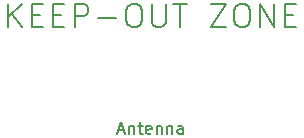
<source format=gbr>
%TF.GenerationSoftware,KiCad,Pcbnew,9.0.6*%
%TF.CreationDate,2025-11-17T01:57:32-05:00*%
%TF.ProjectId,DoodleBot,446f6f64-6c65-4426-9f74-2e6b69636164,rev?*%
%TF.SameCoordinates,Original*%
%TF.FileFunction,Other,Comment*%
%FSLAX46Y46*%
G04 Gerber Fmt 4.6, Leading zero omitted, Abs format (unit mm)*
G04 Created by KiCad (PCBNEW 9.0.6) date 2025-11-17 01:57:32*
%MOMM*%
%LPD*%
G01*
G04 APERTURE LIST*
%ADD10C,0.150000*%
G04 APERTURE END LIST*
D10*
X79907142Y-67187438D02*
X79907142Y-65187438D01*
X81049999Y-67187438D02*
X80192856Y-66044580D01*
X81049999Y-65187438D02*
X79907142Y-66330295D01*
X81907142Y-66139819D02*
X82573809Y-66139819D01*
X82859523Y-67187438D02*
X81907142Y-67187438D01*
X81907142Y-67187438D02*
X81907142Y-65187438D01*
X81907142Y-65187438D02*
X82859523Y-65187438D01*
X83716666Y-66139819D02*
X84383333Y-66139819D01*
X84669047Y-67187438D02*
X83716666Y-67187438D01*
X83716666Y-67187438D02*
X83716666Y-65187438D01*
X83716666Y-65187438D02*
X84669047Y-65187438D01*
X85526190Y-67187438D02*
X85526190Y-65187438D01*
X85526190Y-65187438D02*
X86288095Y-65187438D01*
X86288095Y-65187438D02*
X86478571Y-65282676D01*
X86478571Y-65282676D02*
X86573809Y-65377914D01*
X86573809Y-65377914D02*
X86669047Y-65568390D01*
X86669047Y-65568390D02*
X86669047Y-65854104D01*
X86669047Y-65854104D02*
X86573809Y-66044580D01*
X86573809Y-66044580D02*
X86478571Y-66139819D01*
X86478571Y-66139819D02*
X86288095Y-66235057D01*
X86288095Y-66235057D02*
X85526190Y-66235057D01*
X87526190Y-66425533D02*
X89050000Y-66425533D01*
X90383332Y-65187438D02*
X90764285Y-65187438D01*
X90764285Y-65187438D02*
X90954761Y-65282676D01*
X90954761Y-65282676D02*
X91145237Y-65473152D01*
X91145237Y-65473152D02*
X91240475Y-65854104D01*
X91240475Y-65854104D02*
X91240475Y-66520771D01*
X91240475Y-66520771D02*
X91145237Y-66901723D01*
X91145237Y-66901723D02*
X90954761Y-67092200D01*
X90954761Y-67092200D02*
X90764285Y-67187438D01*
X90764285Y-67187438D02*
X90383332Y-67187438D01*
X90383332Y-67187438D02*
X90192856Y-67092200D01*
X90192856Y-67092200D02*
X90002380Y-66901723D01*
X90002380Y-66901723D02*
X89907142Y-66520771D01*
X89907142Y-66520771D02*
X89907142Y-65854104D01*
X89907142Y-65854104D02*
X90002380Y-65473152D01*
X90002380Y-65473152D02*
X90192856Y-65282676D01*
X90192856Y-65282676D02*
X90383332Y-65187438D01*
X92097618Y-65187438D02*
X92097618Y-66806485D01*
X92097618Y-66806485D02*
X92192856Y-66996961D01*
X92192856Y-66996961D02*
X92288094Y-67092200D01*
X92288094Y-67092200D02*
X92478570Y-67187438D01*
X92478570Y-67187438D02*
X92859523Y-67187438D01*
X92859523Y-67187438D02*
X93049999Y-67092200D01*
X93049999Y-67092200D02*
X93145237Y-66996961D01*
X93145237Y-66996961D02*
X93240475Y-66806485D01*
X93240475Y-66806485D02*
X93240475Y-65187438D01*
X93907142Y-65187438D02*
X95049999Y-65187438D01*
X94478570Y-67187438D02*
X94478570Y-65187438D01*
X97050000Y-65187438D02*
X98383333Y-65187438D01*
X98383333Y-65187438D02*
X97050000Y-67187438D01*
X97050000Y-67187438D02*
X98383333Y-67187438D01*
X99526190Y-65187438D02*
X99907143Y-65187438D01*
X99907143Y-65187438D02*
X100097619Y-65282676D01*
X100097619Y-65282676D02*
X100288095Y-65473152D01*
X100288095Y-65473152D02*
X100383333Y-65854104D01*
X100383333Y-65854104D02*
X100383333Y-66520771D01*
X100383333Y-66520771D02*
X100288095Y-66901723D01*
X100288095Y-66901723D02*
X100097619Y-67092200D01*
X100097619Y-67092200D02*
X99907143Y-67187438D01*
X99907143Y-67187438D02*
X99526190Y-67187438D01*
X99526190Y-67187438D02*
X99335714Y-67092200D01*
X99335714Y-67092200D02*
X99145238Y-66901723D01*
X99145238Y-66901723D02*
X99050000Y-66520771D01*
X99050000Y-66520771D02*
X99050000Y-65854104D01*
X99050000Y-65854104D02*
X99145238Y-65473152D01*
X99145238Y-65473152D02*
X99335714Y-65282676D01*
X99335714Y-65282676D02*
X99526190Y-65187438D01*
X101240476Y-67187438D02*
X101240476Y-65187438D01*
X101240476Y-65187438D02*
X102383333Y-67187438D01*
X102383333Y-67187438D02*
X102383333Y-65187438D01*
X103335714Y-66139819D02*
X104002381Y-66139819D01*
X104288095Y-67187438D02*
X103335714Y-67187438D01*
X103335714Y-67187438D02*
X103335714Y-65187438D01*
X103335714Y-65187438D02*
X104288095Y-65187438D01*
X89238095Y-75919104D02*
X89714285Y-75919104D01*
X89142857Y-76204819D02*
X89476190Y-75204819D01*
X89476190Y-75204819D02*
X89809523Y-76204819D01*
X90142857Y-75538152D02*
X90142857Y-76204819D01*
X90142857Y-75633390D02*
X90190476Y-75585771D01*
X90190476Y-75585771D02*
X90285714Y-75538152D01*
X90285714Y-75538152D02*
X90428571Y-75538152D01*
X90428571Y-75538152D02*
X90523809Y-75585771D01*
X90523809Y-75585771D02*
X90571428Y-75681009D01*
X90571428Y-75681009D02*
X90571428Y-76204819D01*
X90904762Y-75538152D02*
X91285714Y-75538152D01*
X91047619Y-75204819D02*
X91047619Y-76061961D01*
X91047619Y-76061961D02*
X91095238Y-76157200D01*
X91095238Y-76157200D02*
X91190476Y-76204819D01*
X91190476Y-76204819D02*
X91285714Y-76204819D01*
X92000000Y-76157200D02*
X91904762Y-76204819D01*
X91904762Y-76204819D02*
X91714286Y-76204819D01*
X91714286Y-76204819D02*
X91619048Y-76157200D01*
X91619048Y-76157200D02*
X91571429Y-76061961D01*
X91571429Y-76061961D02*
X91571429Y-75681009D01*
X91571429Y-75681009D02*
X91619048Y-75585771D01*
X91619048Y-75585771D02*
X91714286Y-75538152D01*
X91714286Y-75538152D02*
X91904762Y-75538152D01*
X91904762Y-75538152D02*
X92000000Y-75585771D01*
X92000000Y-75585771D02*
X92047619Y-75681009D01*
X92047619Y-75681009D02*
X92047619Y-75776247D01*
X92047619Y-75776247D02*
X91571429Y-75871485D01*
X92476191Y-75538152D02*
X92476191Y-76204819D01*
X92476191Y-75633390D02*
X92523810Y-75585771D01*
X92523810Y-75585771D02*
X92619048Y-75538152D01*
X92619048Y-75538152D02*
X92761905Y-75538152D01*
X92761905Y-75538152D02*
X92857143Y-75585771D01*
X92857143Y-75585771D02*
X92904762Y-75681009D01*
X92904762Y-75681009D02*
X92904762Y-76204819D01*
X93380953Y-75538152D02*
X93380953Y-76204819D01*
X93380953Y-75633390D02*
X93428572Y-75585771D01*
X93428572Y-75585771D02*
X93523810Y-75538152D01*
X93523810Y-75538152D02*
X93666667Y-75538152D01*
X93666667Y-75538152D02*
X93761905Y-75585771D01*
X93761905Y-75585771D02*
X93809524Y-75681009D01*
X93809524Y-75681009D02*
X93809524Y-76204819D01*
X94714286Y-76204819D02*
X94714286Y-75681009D01*
X94714286Y-75681009D02*
X94666667Y-75585771D01*
X94666667Y-75585771D02*
X94571429Y-75538152D01*
X94571429Y-75538152D02*
X94380953Y-75538152D01*
X94380953Y-75538152D02*
X94285715Y-75585771D01*
X94714286Y-76157200D02*
X94619048Y-76204819D01*
X94619048Y-76204819D02*
X94380953Y-76204819D01*
X94380953Y-76204819D02*
X94285715Y-76157200D01*
X94285715Y-76157200D02*
X94238096Y-76061961D01*
X94238096Y-76061961D02*
X94238096Y-75966723D01*
X94238096Y-75966723D02*
X94285715Y-75871485D01*
X94285715Y-75871485D02*
X94380953Y-75823866D01*
X94380953Y-75823866D02*
X94619048Y-75823866D01*
X94619048Y-75823866D02*
X94714286Y-75776247D01*
M02*

</source>
